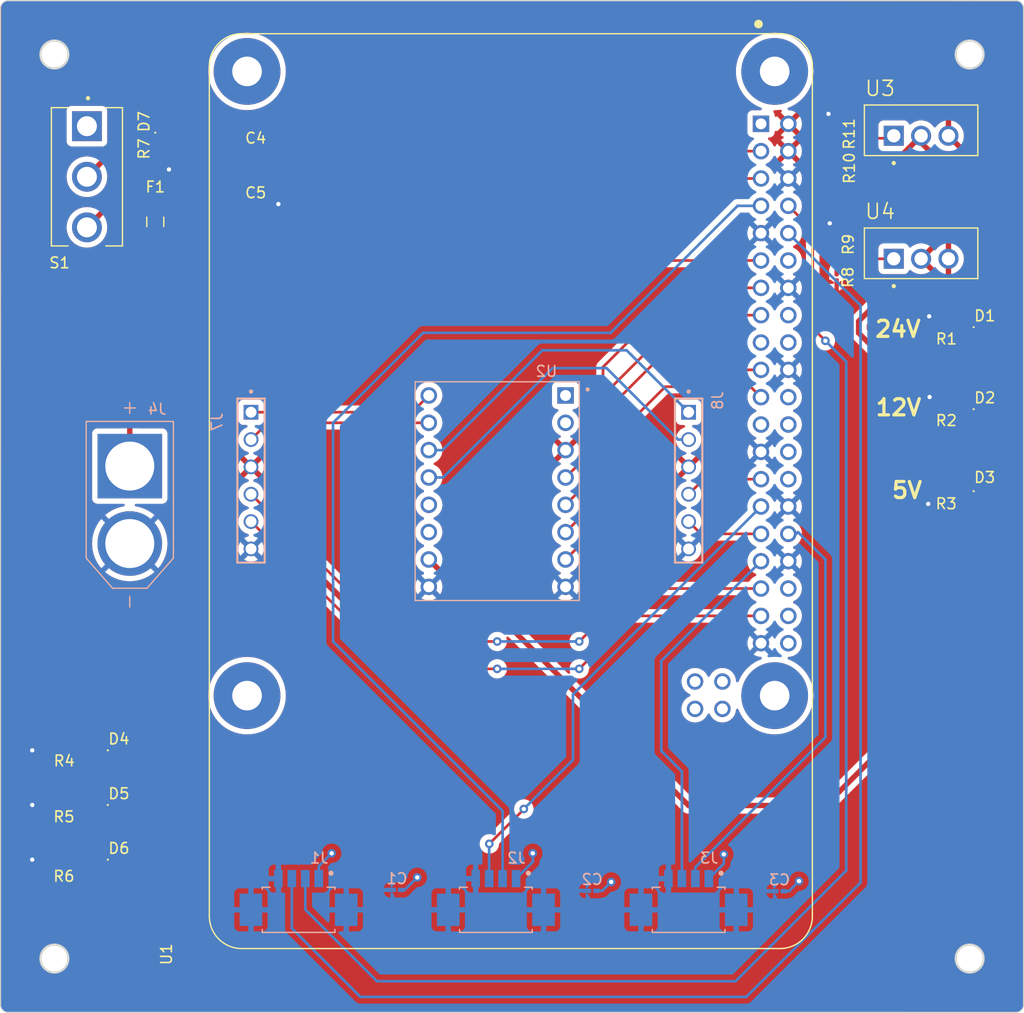
<source format=kicad_pcb>
(kicad_pcb (version 20221018) (generator pcbnew)
  (layers (0 "F.Cu" signal) (31 "B.Cu" signal) (34 "B.Paste" user) (35 "F.Paste" user) (36 "B.SilkS" user "B.Silkscreen") (37 "F.SilkS" user "F.Silkscreen") (38 "B.Mask" user) (39 "F.Mask" user) (44 "Edge.Cuts" user))
  (net 0 "")
  (net 1 "Net-(U1-3V3-Pad1)")
  (net 2 "+5V")
  (net 3 "/IN3")
  (net 19 "Net-(U1-SHIELD-PadS1)")
  (net 20 "GND")
  (net 21 "+24V")
  (net 22 "Net-(D1-K)")
  (net 23 "Net-(D2-K)")
  (net 24 "+12V")
  (net 25 "Net-(D3-K)")
  (net 26 "Net-(D4-K)")
  (net 27 "/LEDInd1")
  (net 28 "Net-(D5-K)")
  (net 29 "/LEDInd2")
  (net 30 "Net-(D6-K)")
  (net 31 "/LEDInd3")
  (net 32 "Net-(D7-K)")
  (net 33 "Net-(J4-POS)")
  (net 34 "Net-(F1-Pad2)")
  (net 35 "/TFMINIRX1")
  (net 36 "/TFMINITX1")
  (net 37 "/TFMINIRX2")
  (net 38 "/TFMINITX2")
  (net 39 "/TFMINIRX3")
  (net 40 "/TFMINITX3")
  (net 41 "/M1A")
  (net 42 "/M2A")
  (net 43 "/OUTA_A")
  (net 44 "/OUTB_A")
  (net 45 "/M1B")
  (net 46 "/M2B")
  (net 47 "/OUTA_B")
  (net 48 "/OUTB_B")
  (net 49 "Net-(U4-ADJ)")
  (net 50 "Net-(U3-ADJ)")
  (net 52 "/IN1")
  (net 53 "/IN2")
  (net 54 "/IN4")
  (footprint "Resistor_SMD:R_0201_0603Metric_Pad0.64x0.40mm_HandSolder" (layer "F.Cu") (at 30.9125 139.58841 180)
    (fp_text reference "R4" (at 0 -1.05) (layer "F.SilkS"))
    (fp_text value "1k")
    (pad "1" smd roundrect (at -0.4075 0 180) (size 0.635 0.4) (layers "F.Cu" "F.Mask") (net 26 "Net-(D4-K)"))
    (pad "2" smd roundrect (at 0.4075 0 180) (size 0.635 0.4) (layers "F.Cu" "F.Mask") (net 20 "GND"))
  )
  (footprint "Resistor_SMD:R_0201_0603Metric_Pad0.64x0.40mm_HandSolder" (layer "F.Cu") (at 30.888696 144.78 180)
    (fp_text reference "R5" (at 0 -1.05) (layer "F.SilkS"))
    (fp_text value "1k")
    (pad "1" smd roundrect (at -0.4075 0 180) (size 0.635 0.4) (layers "F.Cu" "F.Mask") (net 28 "Net-(D5-K)"))
    (pad "2" smd roundrect (at 0.4075 0 180) (size 0.635 0.4) (layers "F.Cu" "F.Mask") (net 20 "GND"))
  )
  (footprint "Diode_SMD:D_0201_0603Metric_Pad0.64x0.40mm_HandSolder" (layer "F.Cu") (at 116.4075 115.57)
    (fp_text reference "D3" (at -0.01284 -1.278205) (layer "F.SilkS"))
    (fp_text value "LED")
    (pad "1" smd roundrect (at -0.4075 0) (size 0.635 0.4) (layers "F.Cu" "F.Mask") (net 25 "Net-(D3-K)"))
    (pad "2" smd roundrect (at 0.4075 0) (size 0.635 0.4) (layers "F.Cu" "F.Mask") (net 2 "+5V"))
  )
  (footprint "jerry:TO254P1054X470X1955-3" (layer "F.Cu") (at 110.49 93.98)
    (fp_text reference "U4" (at -3.81 -4.399) (layer "F.SilkS") (effects (font (size 1.4 1.4))))
    (fp_text value "LM338T" hide)
    (pad "1" thru_hole rect (at -2.54 0) (size 1.86 1.86) (drill 1.24) (layers "*.Cu" "*.Mask") (net 49 "Net-(U4-ADJ)"))
    (pad "2" thru_hole circle (at 0 0) (size 1.86 1.86) (drill 1.24) (layers "*.Cu" "*.Mask") (net 2 "+5V"))
    (pad "3" thru_hole circle (at 2.54 0) (size 1.86 1.86) (drill 1.24) (layers "*.Cu" "*.Mask") (net 24 "+12V"))
  )
  (footprint "jerry:MODULE_RASPBERRY_PI_4B_4GB" (layer "F.Cu") (at 72.39 115.57 -90)
    (fp_text reference "U1" (at 43.033613 31.987993 90) (layer "F.SilkS"))
    (fp_text value "RASPBERRY_PI_4B_4GB")
    (pad "1" thru_hole rect (at -34.13 -23.23 270) (size 1.524 1.524) (drill 1.016) (layers "*.Cu" "*.Mask") (net 1 "Net-(U1-3V3-Pad1)"))
    (pad "2" thru_hole circle (at -34.13 -25.77 270) (size 1.524 1.524) (drill 1.016) (layers "*.Cu" "*.Mask") (net 2 "+5V"))
    (pad "3" thru_hole circle (at -31.59 -23.23 270) (size 1.524 1.524) (drill 1.016) (layers "*.Cu" "*.Mask") (net 27 "/LEDInd1"))
    (pad "4" thru_hole circle (at -31.59 -25.77 270) (size 1.524 1.524) (drill 1.016) (layers "*.Cu" "*.Mask") (net 2 "+5V"))
    (pad "5" thru_hole circle (at -29.05 -23.23 270) (size 1.524 1.524) (drill 1.016) (layers "*.Cu" "*.Mask") (net 29 "/LEDInd2"))
    (pad "6" thru_hole circle (at -29.05 -25.77 270) (size 1.524 1.524) (drill 1.016) (layers "*.Cu" "*.Mask") (net 20 "GND"))
    (pad "7" thru_hole circle (at -26.51 -23.23 270) (size 1.524 1.524) (drill 1.016) (layers "*.Cu" "*.Mask") (net 37 "/TFMINIRX2"))
    (pad "8" thru_hole circle (at -26.51 -25.77 270) (size 1.524 1.524) (drill 1.016) (layers "*.Cu" "*.Mask") (net 35 "/TFMINIRX1"))
    (pad "9" thru_hole circle (at -23.97 -23.23 270) (size 1.524 1.524) (drill 1.016) (layers "*.Cu" "*.Mask") (net 20 "GND"))
    (pad "10" thru_hole circle (at -23.97 -25.77 270) (size 1.524 1.524) (drill 1.016) (layers "*.Cu" "*.Mask") (net 36 "/TFMINITX1"))
    (pad "11" thru_hole circle (at -21.43 -23.23 270) (size 1.524 1.524) (drill 1.016) (layers "*.Cu" "*.Mask") (net 31 "/LEDInd3"))
    (pad "12" thru_hole circle (at -21.43 -25.77 270) (size 1.524 1.524) (drill 1.016) (layers "*.Cu" "*.Mask"))
    (pad "13" thru_hole circle (at -18.89 -23.23 270) (size 1.524 1.524) (drill 1.016) (layers "*.Cu" "*.Mask") (net 52 "/IN1"))
    (pad "14" thru_hole circle (at -18.89 -25.77 270) (size 1.524 1.524) (drill 1.016) (layers "*.Cu" "*.Mask") (net 20 "GND"))
    (pad "15" thru_hole circle (at -16.35 -23.23 270) (size 1.524 1.524) (drill 1.016) (layers "*.Cu" "*.Mask") (net 53 "/IN2"))
    (pad "16" thru_hole circle (at -16.35 -25.77 270) (size 1.524 1.524) (drill 1.016) (layers "*.Cu" "*.Mask"))
    (pad "17" thru_hole circle (at -13.81 -23.23 270) (size 1.524 1.524) (drill 1.016) (layers "*.Cu" "*.Mask") (net 1 "Net-(U1-3V3-Pad1)"))
    (pad "18" thru_hole circle (at -13.81 -25.77 270) (size 1.524 1.524) (drill 1.016) (layers "*.Cu" "*.Mask"))
    (pad "19" thru_hole circle (at -11.27 -23.23 270) (size 1.524 1.524) (drill 1.016) (layers "*.Cu" "*.Mask") (net 3 "/IN3"))
    (pad "20" thru_hole circle (at -11.27 -25.77 270) (size 1.524 1.524) (drill 1.016) (layers "*.Cu" "*.Mask") (net 20 "GND"))
    (pad "21" thru_hole circle (at -8.73 -23.23 270) (size 1.524 1.524) (drill 1.016) (layers "*.Cu" "*.Mask") (net 54 "/IN4"))
    (pad "22" thru_hole circle (at -8.73 -25.77 270) (size 1.524 1.524) (drill 1.016) (layers "*.Cu" "*.Mask"))
    (pad "23" thru_hole circle (at -6.19 -23.23 270) (size 1.524 1.524) (drill 1.016) (layers "*.Cu" "*.Mask"))
    (pad "24" thru_hole circle (at -6.19 -25.77 270) (size 1.524 1.524) (drill 1.016) (layers "*.Cu" "*.Mask"))
    (pad "25" thru_hole circle (at -3.65 -23.23 270) (size 1.524 1.524) (drill 1.016) (layers "*.Cu" "*.Mask") (net 20 "GND"))
    (pad "26" thru_hole circle (at -3.65 -25.77 270) (size 1.524 1.524) (drill 1.016) (layers "*.Cu" "*.Mask"))
    (pad "27" thru_hole circle (at -1.11 -23.23 270) (size 1.524 1.524) (drill 1.016) (layers "*.Cu" "*.Mask") (net 47 "/OUTA_B"))
    (pad "28" thru_hole circle (at -1.11 -25.77 270) (size 1.524 1.524) (drill 1.016) (layers "*.Cu" "*.Mask"))
    (pad "29" thru_hole circle (at 1.43 -23.23 270) (size 1.524 1.524) (drill 1.016) (layers "*.Cu" "*.Mask") (net 38 "/TFMINITX2"))
    (pad "30" thru_hole circle (at 1.43 -25.77 270) (size 1.524 1.524) (drill 1.016) (layers "*.Cu" "*.Mask") (net 20 "GND"))
    (pad "31" thru_hole circle (at 3.97 -23.23 270) (size 1.524 1.524) (drill 1.016) (layers "*.Cu" "*.Mask") (net 48 "/OUTB_B"))
    (pad "32" thru_hole circle (at 3.97 -25.77 270) (size 1.524 1.524) (drill 1.016) (layers "*.Cu" "*.Mask") (net 39 "/TFMINIRX3"))
    (pad "33" thru_hole circle (at 6.51 -23.23 270) (size 1.524 1.524) (drill 1.016) (layers "*.Cu" "*.Mask") (net 40 "/TFMINITX3"))
    (pad "34" thru_hole circle (at 6.51 -25.77 270) (size 1.524 1.524) (drill 1.016) (layers "*.Cu" "*.Mask") (net 20 "GND"))
    (pad "35" thru_hole circle (at 9.05 -23.23 270) (size 1.524 1.524) (drill 1.016) (layers "*.Cu" "*.Mask") (net 43 "/OUTA_A"))
    (pad "36" thru_hole circle (at 9.05 -25.77 270) (size 1.524 1.524) (drill 1.016) (layers "*.Cu" "*.Mask"))
    (pad "37" thru_hole circle (at 11.59 -23.23 270) (size 1.524 1.524) (drill 1.016) (layers "*.Cu" "*.Mask") (net 44 "/OUTB_A"))
    (pad "38" thru_hole circle (at 11.59 -25.77 270) (size 1.524 1.524) (drill 1.016) (layers "*.Cu" "*.Mask"))
    (pad "39" thru_hole circle (at 14.13 -23.23 270) (size 1.524 1.524) (drill 1.016) (layers "*.Cu" "*.Mask") (net 20 "GND"))
    (pad "40" thru_hole circle (at 14.13 -25.77 270) (size 1.524 1.524) (drill 1.016) (layers "*.Cu" "*.Mask"))
    (pad "41" thru_hole circle (at 20.23 -17.107 270) (size 1.524 1.524) (drill 1.016) (layers "*.Cu" "*.Mask"))
    (pad "42" thru_hole circle (at 20.23 -19.647 270) (size 1.524 1.524) (drill 1.016) (layers "*.Cu" "*.Mask"))
    (pad "43" thru_hole circle (at 17.69 -17.107 270) (size 1.524 1.524) (drill 1.016) (layers "*.Cu" "*.Mask"))
    (pad "44" thru_hole circle (at 17.69 -19.647 270) (size 1.524 1.524) (drill 1.016) (layers "*.Cu" "*.Mask"))
    (pad "S1" thru_hole circle (at -39 -24.5 270) (size 6.2 6.2) (drill 2.75) (layers "*.Cu" "*.Mask") (net 19 "Net-(U1-SHIELD-PadS1)"))
    (pad "S2" thru_hole circle (at 19 -24.5 270) (size 6.2 6.2) (drill 2.75) (layers "*.Cu" "*.Mask") (net 19 "Net-(U1-SHIELD-PadS1)"))
    (pad "S3" thru_hole circle (at 19 24.5 270) (size 6.2 6.2) (drill 2.75) (layers "*.Cu" "*.Mask") (net 19 "Net-(U1-SHIELD-PadS1)"))
    (pad "S4" thru_hole circle (at -39 24.5 270) (size 6.2 6.2) (drill 2.75) (layers "*.Cu" "*.Mask") (net 19 "Net-(U1-SHIELD-PadS1)"))
  )
  (footprint "Diode_SMD:D_0201_0603Metric_Pad0.64x0.40mm_HandSolder" (layer "F.Cu") (at 35.9925 139.650518)
    (fp_text reference "D4" (at 0 -1.05) (layer "F.SilkS"))
    (fp_text value "LED")
    (pad "1" smd roundrect (at -0.4075 0) (size 0.635 0.4) (layers "F.Cu" "F.Mask") (net 26 "Net-(D4-K)"))
    (pad "2" smd roundrect (at 0.4075 0) (size 0.635 0.4) (layers "F.Cu" "F.Mask") (net 27 "/LEDInd1"))
  )
  (footprint "Diode_SMD:D_0201_0603Metric_Pad0.64x0.40mm_HandSolder" (layer "F.Cu") (at 35.9925 144.730518)
    (fp_text reference "D5" (at 0 -1.05) (layer "F.SilkS"))
    (fp_text value "LED")
    (pad "1" smd roundrect (at -0.4075 0) (size 0.635 0.4) (layers "F.Cu" "F.Mask") (net 28 "Net-(D5-K)"))
    (pad "2" smd roundrect (at 0.4075 0) (size 0.635 0.4) (layers "F.Cu" "F.Mask") (net 29 "/LEDInd2"))
  )
  (footprint "Capacitor_SMD:C_0201_0603Metric_Pad0.64x0.40mm_HandSolder" (layer "F.Cu") (at 48.6925 88.9)
    (fp_text reference "C5" (at 0 -1.05) (layer "F.SilkS"))
    (fp_text value "10uF")
    (pad "1" smd roundrect (at -0.4075 0) (size 0.635 0.4) (layers "F.Cu" "F.Mask") (net 21 "+24V"))
    (pad "2" smd roundrect (at 0.4075 0) (size 0.635 0.4) (layers "F.Cu" "F.Mask") (net 20 "GND"))
  )
  (footprint "Resistor_SMD:R_0201_0603Metric_Pad0.64x0.40mm_HandSolder" (layer "F.Cu") (at 112.828374 107.962115 180)
    (fp_text reference "R2" (at 0 -1.05) (layer "F.SilkS"))
    (fp_text value "1k")
    (pad "1" smd roundrect (at -0.4075 0 180) (size 0.635 0.4) (layers "F.Cu" "F.Mask") (net 23 "Net-(D2-K)"))
    (pad "2" smd roundrect (at 0.4075 0 180) (size 0.635 0.4) (layers "F.Cu" "F.Mask") (net 20 "GND"))
  )
  (footprint "Resistor_SMD:R_0201_0603Metric_Pad0.64x0.40mm_HandSolder" (layer "F.Cu") (at 39.37 83.7675 90)
    (fp_text reference "R7" (at 0 -1.05 90) (layer "F.SilkS"))
    (fp_text value "2k")
    (pad "1" smd roundrect (at -0.4075 0 90) (size 0.635 0.4) (layers "F.Cu" "F.Mask") (net 20 "GND"))
    (pad "2" smd roundrect (at 0.4075 0 90) (size 0.635 0.4) (layers "F.Cu" "F.Mask") (net 32 "Net-(D7-K)"))
  )
  (footprint "jerry:SW_500SSP1S2M2QEA" (layer "F.Cu") (at 33.02 86.36 -90)
    (fp_text reference "S1" (at 8 2.54 -180) (layer "F.SilkS"))
    (fp_text value "500SSP1S2M2QEA")
    (pad "1" thru_hole rect (at -4.7 0 270) (size 2.775 2.775) (drill 1.85) (layers "*.Cu" "*.Mask"))
    (pad "2" thru_hole circle (at 0 0 270) (size 2.775 2.775) (drill 1.85) (layers "*.Cu" "*.Mask") (net 21 "+24V"))
    (pad "3" thru_hole circle (at 4.7 0 270) (size 2.775 2.775) (drill 1.85) (layers "*.Cu" "*.Mask") (net 34 "Net-(F1-Pad2)"))
  )
  (footprint "Diode_SMD:D_0201_0603Metric_Pad0.64x0.40mm_HandSolder" (layer "F.Cu") (at 116.4075 100.33)
    (fp_text reference "D1" (at 0 -1.05) (layer "F.SilkS"))
    (fp_text value "LED")
    (pad "1" smd roundrect (at -0.4075 0) (size 0.635 0.4) (layers "F.Cu" "F.Mask") (net 22 "Net-(D1-K)"))
    (pad "2" smd roundrect (at 0.4075 0) (size 0.635 0.4) (layers "F.Cu" "F.Mask") (net 21 "+24V"))
  )
  (footprint "Resistor_SMD:R_0201_0603Metric_Pad0.64x0.40mm_HandSolder" (layer "F.Cu") (at 102.644538 95.704492 -90)
    (fp_text reference "R8" (at 0 -1.05 90) (layer "F.SilkS"))
    (fp_text value "2k")
    (pad "1" smd roundrect (at -0.4075 0 270) (size 0.635 0.4) (layers "F.Cu" "F.Mask") (net 49 "Net-(U4-ADJ)"))
    (pad "2" smd roundrect (at 0.4075 0 270) (size 0.635 0.4) (layers "F.Cu" "F.Mask") (net 2 "+5V"))
  )
  (footprint "Resistor_SMD:R_0201_0603Metric_Pad0.64x0.40mm_HandSolder" (layer "F.Cu") (at 102.756645 82.375484 -90)
    (fp_text reference "R11" (at 0 -1.05 90) (layer "F.SilkS"))
    (fp_text value "2k")
    (pad "1" smd roundrect (at -0.4075 0 270) (size 0.635 0.4) (layers "F.Cu" "F.Mask") (net 20 "GND"))
    (pad "2" smd roundrect (at 0.4075 0 270) (size 0.635 0.4) (layers "F.Cu" "F.Mask") (net 50 "Net-(U3-ADJ)"))
  )
  (footprint "Resistor_SMD:R_0201_0603Metric_Pad0.64x0.40mm_HandSolder" (layer "F.Cu") (at 102.672028 92.640369 -90)
    (fp_text reference "R9" (at 0 -1.05 90) (layer "F.SilkS"))
    (fp_text value "2k")
    (pad "1" smd roundrect (at -0.4075 0 270) (size 0.635 0.4) (layers "F.Cu" "F.Mask") (net 20 "GND"))
    (pad "2" smd roundrect (at 0.4075 0 270) (size 0.635 0.4) (layers "F.Cu" "F.Mask") (net 49 "Net-(U4-ADJ)"))
  )
  (footprint "Capacitor_SMD:C_0201_0603Metric_Pad0.64x0.40mm_HandSolder" (layer "F.Cu") (at 48.6925 83.82)
    (fp_text reference "C4" (at 0 -1.05) (layer "F.SilkS"))
    (fp_text value "1uF")
    (pad "1" smd roundrect (at -0.4075 0) (size 0.635 0.4) (layers "F.Cu" "F.Mask") (net 21 "+24V"))
    (pad "2" smd roundrect (at 0.4075 0) (size 0.635 0.4) (layers "F.Cu" "F.Mask") (net 20 "GND"))
  )
  (footprint "Diode_SMD:D_0201_0603Metric_Pad0.64x0.40mm_HandSolder" (layer "F.Cu") (at 39.37 81.2275 90)
    (fp_text reference "D7" (at 0 -1.05 90) (layer "F.SilkS"))
    (fp_text value "LED")
    (pad "1" smd roundrect (at -0.4075 0 90) (size 0.635 0.4) (layers "F.Cu" "F.Mask") (net 32 "Net-(D7-K)"))
    (pad "2" smd roundrect (at 0.4075 0 90) (size 0.635 0.4) (layers "F.Cu" "F.Mask") (net 21 "+24V"))
  )
  (footprint "Resistor_SMD:R_0201_0603Metric_Pad0.64x0.40mm_HandSolder" (layer "F.Cu") (at 112.836706 100.379482 180)
    (fp_text reference "R1" (at 0 -1.05) (layer "F.SilkS"))
    (fp_text value "2k")
    (pad "1" smd roundrect (at -0.4075 0 180) (size 0.635 0.4) (layers "F.Cu" "F.Mask") (net 22 "Net-(D1-K)"))
    (pad "2" smd roundrect (at 0.4075 0 180) (size 0.635 0.4) (layers "F.Cu" "F.Mask") (net 20 "GND"))
  )
  (footprint "Resistor_SMD:R_0201_0603Metric_Pad0.64x0.40mm_HandSolder" (layer "F.Cu") (at 112.795471 115.569999 180)
    (fp_text reference "R3" (at -0.023503 -1.171163) (layer "F.SilkS"))
    (fp_text value "330")
    (pad "1" smd roundrect (at -0.4075 0 180) (size 0.635 0.4) (layers "F.Cu" "F.Mask") (net 25 "Net-(D3-K)"))
    (pad "2" smd roundrect (at 0.4075 0 180) (size 0.635 0.4) (layers "F.Cu" "F.Mask") (net 20 "GND"))
  )
  (footprint "Diode_SMD:D_0201_0603Metric_Pad0.64x0.40mm_HandSolder" (layer "F.Cu") (at 116.4075 107.95)
    (fp_text reference "D2" (at 0 -1.05) (layer "F.SilkS"))
    (fp_text value "LED")
    (pad "1" smd roundrect (at -0.4075 0) (size 0.635 0.4) (layers "F.Cu" "F.Mask") (net 23 "Net-(D2-K)"))
    (pad "2" smd roundrect (at 0.4075 0) (size 0.635 0.4) (layers "F.Cu" "F.Mask") (net 24 "+12V"))
  )
  (footprint "Resistor_SMD:R_0201_0603Metric_Pad0.64x0.40mm_HandSolder" (layer "F.Cu") (at 30.831141 149.775553 180)
    (fp_text reference "R6" (at -0.053048 -1.577244) (layer "F.SilkS"))
    (fp_text value "1k")
    (pad "1" smd roundrect (at -0.4075 0 180) (size 0.635 0.4) (layers "F.Cu" "F.Mask") (net 30 "Net-(D6-K)"))
    (pad "2" smd roundrect (at 0.4075 0 180) (size 0.635 0.4) (layers "F.Cu" "F.Mask") (net 20 "GND"))
  )
  (footprint "Diode_SMD:D_0201_0603Metric_Pad0.64x0.40mm_HandSolder" (layer "F.Cu") (at 35.9925 149.810518)
    (fp_text reference "D6" (at 0 -1.05) (layer "F.SilkS"))
    (fp_text value "LED")
    (pad "1" smd roundrect (at -0.4075 0) (size 0.635 0.4) (layers "F.Cu" "F.Mask") (net 30 "Net-(D6-K)"))
    (pad "2" smd roundrect (at 0.4075 0) (size 0.635 0.4) (layers "F.Cu" "F.Mask") (net 31 "/LEDInd3"))
  )
  (footprint "jerry:TO254P1054X470X1955-3" (layer "F.Cu") (at 110.49 82.55)
    (fp_text reference "U3" (at -3.81 -4.399) (layer "F.SilkS") (effects (font (size 1.4 1.4))))
    (fp_text value "LM338T" hide)
    (pad "1" thru_hole rect (at -2.54 0) (size 1.86 1.86) (drill 1.24) (layers "*.Cu" "*.Mask") (net 50 "Net-(U3-ADJ)"))
    (pad "2" thru_hole circle (at 0 0) (size 1.86 1.86) (drill 1.24) (layers "*.Cu" "*.Mask") (net 24 "+12V"))
    (pad "3" thru_hole circle (at 2.54 0) (size 1.86 1.86) (drill 1.24) (layers "*.Cu" "*.Mask") (net 21 "+24V"))
  )
  (footprint "jerry:FUSC3215X83N" (layer "F.Cu") (at 39.37 90.55 90)
    (fp_text reference "F1" (at 3.24159 0.000904 180) (layer "F.SilkS"))
    (fp_text value "Fuse" hide)
    (pad "1" smd rect (at -1.47 0 90) (size 1.17 1.8) (layers "F.Cu" "F.Paste" "F.Mask") (net 33 "Net-(J4-POS)"))
    (pad "2" smd rect (at 1.47 0 90) (size 1.17 1.8) (layers "F.Cu" "F.Paste" "F.Mask") (net 34 "Net-(F1-Pad2)"))
  )
  (footprint "Resistor_SMD:R_0201_0603Metric_Pad0.64x0.40mm_HandSolder" (layer "F.Cu") (at 102.776838 85.559007 -90)
    (fp_text reference "R10" (at 0 -1.05 90) (layer "F.SilkS"))
    (fp_text value "2k")
    (pad "1" smd roundrect (at -0.4075 0 270) (size 0.635 0.4) (layers "F.Cu" "F.Mask") (net 50 "Net-(U3-ADJ)"))
    (pad "2" smd roundrect (at 0.4075 0 270) (size 0.635 0.4) (layers "F.Cu" "F.Mask") (net 24 "+12V"))
  )
  (footprint "jerry:AMASS_XT60-M" (layer "B.Cu") (at 37 116.84 -90)
    (fp_text reference "J4" (at -8.89 -2.54 -360) (layer "B.SilkS") (effects (justify mirror)))
    (fp_text value "XT60-M")
    (pad "N" thru_hole circle (at 3.6 0 270) (size 6 6) (drill 4.55) (layers "*.Cu" "*.Mask") (net 20 "GND"))
    (pad "P" thru_hole rect (at -3.6 0 270) (size 6 6) (drill 4.55) (layers "*.Cu" "*.Mask") (net 33 "Net-(J4-POS)"))
  )
  (footprint "jerry:SAMTEC_TSW-106-06-F-S-LL" (layer "B.Cu") (at 88.9 108.2375 -90)
    (fp_text reference "J8" (at -1.081604 -2.689519 90) (layer "B.SilkS") (effects (justify mirror)))
    (fp_text value "TSW-106-06-F-S-LL" hide)
    (pad "01" thru_hole rect (at 0 0 270) (size 1.37 1.37) (drill 1.02) (layers "*.Cu" "*.Mask") (net 45 "/M1B"))
    (pad "02" thru_hole circle (at 2.54 0 270) (size 1.37 1.37) (drill 1.02) (layers "*.Cu" "*.Mask") (net 46 "/M2B"))
    (pad "03" thru_hole circle (at 5.08 0 270) (size 1.37 1.37) (drill 1.02) (layers "*.Cu" "*.Mask") (net 2 "+5V"))
    (pad "04" thru_hole circle (at 7.62 0 270) (size 1.37 1.37) (drill 1.02) (layers "*.Cu" "*.Mask") (net 47 "/OUTA_B"))
    (pad "05" thru_hole circle (at 10.16 0 270) (size 1.37 1.37) (drill 1.02) (layers "*.Cu" "*.Mask") (net 48 "/OUTB_B"))
    (pad "06" thru_hole circle (at 12.7 0 270) (size 1.37 1.37) (drill 1.02) (layers "*.Cu" "*.Mask") (net 20 "GND"))
  )
  (footprint "jerry:MODULE_A4988_STEPPER_MOTOR_DRIVER_CARRIER" (layer "B.Cu") (at 71.12 115.57 180)
    (fp_text reference "U2" (at -4.575 11.135) (layer "B.SilkS") (effects (justify mirror)))
    (fp_text value "A4988_STEPPER_MOTOR_DRIVER_CARRIER" hide)
    (pad "1" thru_hole rect (at -6.35 8.89 180) (size 1.53 1.53) (drill 1.02) (layers "*.Cu" "*.Mask"))
    (pad "2" thru_hole circle (at -6.35 6.35 180) (size 1.53 1.53) (drill 1.02) (layers "*.Cu" "*.Mask"))
    (pad "3" thru_hole circle (at -6.35 3.81 180) (size 1.53 1.53) (drill 1.02) (layers "*.Cu" "*.Mask") (net 2 "+5V"))
    (pad "4" thru_hole circle (at -6.35 1.27 180) (size 1.53 1.53) (drill 1.02) (layers "*.Cu" "*.Mask") (net 52 "/IN1"))
    (pad "5" thru_hole circle (at -6.35 -1.27 180) (size 1.53 1.53) (drill 1.02) (layers "*.Cu" "*.Mask") (net 53 "/IN2"))
    (pad "6" thru_hole circle (at -6.35 -3.81 180) (size 1.53 1.53) (drill 1.02) (layers "*.Cu" "*.Mask") (net 3 "/IN3"))
    (pad "7" thru_hole circle (at -6.35 -6.35 180) (size 1.53 1.53) (drill 1.02) (layers "*.Cu" "*.Mask") (net 54 "/IN4"))
    (pad "8" thru_hole circle (at -6.35 -8.89 180) (size 1.53 1.53) (drill 1.02) (layers "*.Cu" "*.Mask") (net 20 "GND"))
    (pad "9" thru_hole circle (at 6.35 -8.89 180) (size 1.53 1.53) (drill 1.02) (layers "*.Cu" "*.Mask") (net 20 "GND"))
    (pad "10" thru_hole circle (at 6.35 -6.35 180) (size 1.53 1.53) (drill 1.02) (layers "*.Cu" "*.Mask") (net 24 "+12V"))
    (pad "11" thru_hole circle (at 6.35 -3.81 180) (size 1.53 1.53) (drill 1.02) (layers "*.Cu" "*.Mask"))
    (pad "12" thru_hole circle (at 6.35 -1.27 180) (size 1.53 1.53) (drill 1.02) (layers "*.Cu" "*.Mask"))
    (pad "13" thru_hole circle (at 6.35 1.27 180) (size 1.53 1.53) (drill 1.02) (layers "*.Cu" "*.Mask") (net 46 "/M2B"))
    (pad "14" thru_hole circle (at 6.35 3.81 180) (size 1.53 1.53) (drill 1.02) (layers "*.Cu" "*.Mask") (net 45 "/M1B"))
    (pad "15" thru_hole circle (at 6.35 6.35 180) (size 1.53 1.53) (drill 1.02) (layers "*.Cu" "*.Mask") (net 42 "/M2A"))
    (pad "16" thru_hole circle (at 6.35 8.89 180) (size 1.53 1.53) (drill 1.02) (layers "*.Cu" "*.Mask") (net 41 "/M1A"))
  )
  (footprint "jerry:MOLEX_0532610471" (layer "B.Cu") (at 88.9 151.57 180)
    (fp_text reference "J3" (at -1.908395 1.908405) (layer "B.SilkS") (effects (font (size 1.001787 1.001787)) (justify mirror)))
    (fp_text value "0532610471")
    (pad "1" smd rect (at -1.875 0 180) (size 0.8 1.6) (layers "B.Cu" "B.Paste" "B.Mask") (net 2 "+5V"))
    (pad "2" smd rect (at -0.625 0 180) (size 0.8 1.6) (layers "B.Cu" "B.Paste" "B.Mask") (net 39 "/TFMINIRX3"))
    (pad "3" smd rect (at 0.625 0 180) (size 0.8 1.6) (layers "B.Cu" "B.Paste" "B.Mask") (net 40 "/TFMINITX3"))
    (pad "4" smd rect (at 1.875 0 180) (size 0.8 1.6) (layers "B.Cu" "B.Paste" "B.Mask") (net 20 "GND"))
    (pad "S1" smd rect (at -4.425 -2.9 180) (size 2.1 3) (layers "B.Cu" "B.Paste" "B.Mask") (net 20 "GND"))
    (pad "S2" smd rect (at 4.425 -2.9 180) (size 2.1 3) (layers "B.Cu" "B.Paste" "B.Mask") (net 20 "GND"))
  )
  (footprint "Capacitor_SMD:C_0201_0603Metric_Pad0.64x0.40mm_HandSolder" (layer "B.Cu") (at 79.940452 152.701186 180)
    (fp_text reference "C2" (at 0 1.05) (layer "B.SilkS") (effects (justify mirror)))
    (fp_text value ".1uF")
    (pad "1" smd roundrect (at -0.4075 0 180) (size 0.635 0.4) (layers "B.Cu" "B.Mask") (net 2 "+5V"))
    (pad "2" smd roundrect (at 0.4075 0 180) (size 0.635 0.4) (layers "B.Cu" "B.Mask") (net 20 "GND"))
  )
  (footprint "Capacitor_SMD:C_0201_0603Metric_Pad0.64x0.40mm_HandSolder" (layer "B.Cu") (at 97.34028 152.738043 180)
    (fp_text reference "C3" (at 0 1.05) (layer "B.SilkS") (effects (justify mirror)))
    (fp_text value ".1uF")
    (pad "1" smd roundrect (at -0.4075 0 180) (size 0.635 0.4) (layers "B.Cu" "B.Mask") (net 2 "+5V"))
    (pad "2" smd roundrect (at 0.4075 0 180) (size 0.635 0.4) (layers "B.Cu" "B.Mask") (net 20 "GND"))
  )
  (footprint "jerry:MOLEX_0532610471" (layer "B.Cu") (at 52.675 151.57 180)
    (fp_text reference "J1" (at -1.908395 1.908405) (layer "B.SilkS") (effects (font (size 1.001787 1.001787)) (justify mirror)))
    (fp_text value "0532610471")
    (pad "1" smd rect (at -1.875 0 180) (size 0.8 1.6) (layers "B.Cu" "B.Paste" "B.Mask") (net 2 "+5V"))
    (pad "2" smd rect (at -0.625 0 180) (size 0.8 1.6) (layers "B.Cu" "B.Paste" "B.Mask") (net 35 "/TFMINIRX1"))
    (pad "3" smd rect (at 0.625 0 180) (size 0.8 1.6) (layers "B.Cu" "B.Paste" "B.Mask") (net 36 "/TFMINITX1"))
    (pad "4" smd rect (at 1.875 0 180) (size 0.8 1.6) (layers "B.Cu" "B.Paste" "B.Mask") (net 20 "GND"))
    (pad "S1" smd rect (at -4.425 -2.9 180) (size 2.1 3) (layers "B.Cu" "B.Paste" "B.Mask") (net 20 "GND"))
    (pad "S2" smd rect (at 4.425 -2.9 180) (size 2.1 3) (layers "B.Cu" "B.Paste" "B.Mask") (net 20 "GND"))
  )
  (footprint "jerry:MOLEX_0532610471" (layer "B.Cu") (at 71 151.57 180)
    (fp_text reference "J2" (at -1.908395 1.908405) (layer "B.SilkS") (effects (font (size 1.001787 1.001787)) (justify mirror)))
    (fp_text value "0532610471")
    (pad "1" smd rect (at -1.875 0 180) (size 0.8 1.6) (layers "B.Cu" "B.Paste" "B.Mask") (net 2 "+5V"))
    (pad "2" smd rect (at -0.625 0 180) (size 0.8 1.6) (layers "B.Cu" "B.Paste" "B.Mask") (net 37 "/TFMINIRX2"))
    (pad "3" smd rect (at 0.625 0 180) (size 0.8 1.6) (layers "B.Cu" "B.Paste" "B.Mask") (net 38 "/TFMINITX2"))
    (pad "4" smd rect (at 1.875 0 180) (size 0.8 1.6) (layers "B.Cu" "B.Paste" "B.Mask") (net 20 "GND"))
    (pad "S1" smd rect (at -4.425 -2.9 180) (size 2.1 3) (layers "B.Cu" "B.Paste" "B.Mask") (net 20 "GND"))
    (pad "S2" smd rect (at 4.425 -2.9 180) (size 2.1 3) (layers "B.Cu" "B.Paste" "B.Mask") (net 20 "GND"))
  )
  (footprint "jerry:SAMTEC_TSW-106-06-F-S-LL" (layer "B.Cu") (at 48.26 108.2375 -90)
    (fp_text reference "J7" (at 0.905 3.155 90) (layer "B.SilkS") (effects (justify mirror)))
    (fp_text value "TSW-106-06-F-S-LL" hide)
    (pad "01" thru_hole rect (at 0 0 270) (size 1.37 1.37) (drill 1.02) (layers "*.Cu" "*.Mask") (net 41 "/M1A"))
    (pad "02" thru_hole circle (at 2.54 0 270) (size 1.37 1.37) (drill 1.02) (layers "*.Cu" "*.Mask") (net 42 "/M2A"))
    (pad "03" thru_hole circle (at 5.08 0 270) (size 1.37 1.37) (drill 1.02) (layers "*.Cu" "*.Mask") (net 2 "+5V"))
    (pad "04" thru_hole circle (at 7.62 0 270) (size 1.37 1.37) (drill 1.02) (layers "*.Cu" "*.Mask") (net 43 "/OUTA_A"))
    (pad "05" thru_hole circle (at 10.16 0 270) (size 1.37 1.37) (drill 1.02) (layers "*.Cu" "*.Mask") (net 44 "/OUTB_A"))
    (pad "06" thru_hole circle (at 12.7 0 270) (size 1.37 1.37) (drill 1.02) (layers "*.Cu" "*.Mask") (net 20 "GND"))
  )
  (footprint "Capacitor_SMD:C_0201_0603Metric_Pad0.64x0.40mm_HandSolder" (layer "B.Cu") (at 61.80855 152.622669 180)
    (fp_text reference "C1" (at 0 1.05) (layer "B.SilkS") (effects (justify mirror)))
    (fp_text value ".1uF")
    (pad "1" smd roundrect (at -0.4075 0 180) (size 0.635 0.4) (layers "B.Cu" "B.Mask") (net 2 "+5V"))
    (pad "2" smd roundrect (at 0.4075 0 180) (size 0.635 0.4) (layers "B.Cu" "B.Mask") (net 20 "GND"))
  )
  (gr_line (start 119.25 70) (end 25.75 70) (stroke (width 0.1)) (layer "Edge.Cuts"))
  (gr_circle (center 30 159) (end 31.3 159) (stroke (width 0.2)) (fill none) (layer "Edge.Cuts"))
  (gr_arc (start 25 70.75) (mid 25.200134 70.200134) (end 25.75 70) (stroke (width 0.1)) (layer "Edge.Cuts"))
  (gr_line (start 25.75 164) (end 119.25 164) (stroke (width 0.1)) (layer "Edge.Cuts"))
  (gr_circle (center 115 75) (end 116.3 75) (stroke (width 0.2)) (fill none) (layer "Edge.Cuts"))
  (gr_circle (center 30 75) (end 31.3 75) (stroke (width 0.2)) (fill none) (layer "Edge.Cuts"))
  (gr_line (start 25 70.75) (end 25 163.25) (stroke (width 0.1)) (layer "Edge.Cuts"))
  (gr_arc (start 120 163.25) (mid 119.799866 163.799866) (end 119.25 164) (stroke (width 0.1)) (layer "Edge.Cuts"))
  (gr_circle (center 115 159) (end 116.3 159) (stroke (width 0.2)) (fill none) (layer "Edge.Cuts"))
  (gr_arc (start 119.25 70) (mid 119.799866 70.200134) (end 120 70.75) (stroke (width 0.1)) (layer "Edge.Cuts"))
  (gr_line (start 120 163.25) (end 120 70.75) (stroke (width 0.1)) (layer "Edge.Cuts"))
  (gr_arc (start 25.75 164) (mid 25.200134 163.799866) (end 25 163.25) (stroke (width 0.1)) (layer "Edge.Cuts"))
  (gr_text "24V\n" (at 106.067658 101.387681) (layer "F.SilkS") (effects (font (size 1.5 1.5) (thickness 0.3) bold) (justify left bottom)))
  (gr_text "5V" (at 107.626346 116.370046) (layer "F.SilkS") (effects (font (size 1.5 1.5) (thickness 0.3) bold) (justify left bottom)))
  (gr_text "12V" (at 106.123325 108.680116) (layer "F.SilkS") (effects (font (size 1.5 1.5) (thickness 0.3) bold) (justify left bottom)))
  (via (at 55.747452 149.216731) (size 0.8) (drill 0.4) (layers "F.Cu" "B.Cu") (net 2))
  (via (at 63.697418 151.459838) (size 0.8) (drill 0.4) (layers "F.Cu" "B.Cu") (net 2))
  (via (at 81.70893 151.880437) (size 0.8) (drill 0.4) (layers "F.Cu" "B.Cu") (net 2))
  (via (at 74.426973 149.216731) (size 0.8) (drill 0.4) (layers "F.Cu" "B.Cu") (net 2))
  (via (at 99.151397 151.806213) (size 0.8) (drill 0.4) (layers "F.Cu" "B.Cu") (net 2))
  (via (at 92.166333 149.315696) (size 0.8) (drill 0.4) (layers "F.Cu" "B.Cu") (net 2))
  (segment (start 97.74778 152.738043) (end 98.219567 152.738043) (width 0.25) (layer "B.Cu") (net 2))
  (segment (start 80.888181 152.701186) (end 81.70893 151.880437) (width 0.25) (layer "B.Cu") (net 2))
  (segment (start 80.347952 152.701186) (end 80.888181 152.701186) (width 0.25) (layer "B.Cu") (net 2))
  (segment (start 62.534587 152.622669) (end 63.697418 151.459838) (width 0.25) (layer "B.Cu") (net 2))
  (segment (start 74.426973 150.018027) (end 74.426973 149.216731) (width 0.25) (layer "B.Cu") (net 2))
  (segment (start 72.875 151.57) (end 74.426973 150.018027) (width 0.25) (layer "B.Cu") (net 2))
  (segment (start 98.219567 152.738043) (end 99.151397 151.806213) (width 0.25) (layer "B.Cu") (net 2))
  (segment (start 90.775 151.57) (end 92.166333 150.178667) (width 0.25) (layer "B.Cu") (net 2))
  (segment (start 54.55 151.57) (end 54.55 150.414183) (width 0.25) (layer "B.Cu") (net 2))
  (segment (start 92.166333 150.178667) (end 92.166333 149.315696) (width 0.25) (layer "B.Cu") (net 2))
  (segment (start 54.55 150.414183) (end 55.747452 149.216731) (width 0.25) (layer "B.Cu") (net 2))
  (segment (start 62.21605 152.622669) (end 62.534587 152.622669) (width 0.25) (layer "B.Cu") (net 2))
  (segment (start 79.202938 117.647062) (end 77.47 119.38) (width 0.25) (layer "F.Cu") (net 3))
  (segment (start 89.666046 103.412851) (end 85.951175 103.412851) (width 0.25) (layer "F.Cu") (net 3))
  (segment (start 95.62 104.3) (end 90.553195 104.3) (width 0.25) (layer "F.Cu") (net 3))
  (segment (start 85.951175 103.412851) (end 82.751236 106.61279) (width 0.25) (layer "F.Cu") (net 3))
  (segment (start 80.10301 117.647062) (end 79.202938 117.647062) (width 0.25) (layer "F.Cu") (net 3))
  (segment (start 82.751236 106.61279) (end 82.751236 114.962056) (width 0.25) (layer "F.Cu") (net 3))
  (segment (start 82.751236 114.962056) (end 80.10301 117.610282) (width 0.25) (layer "F.Cu") (net 3))
  (segment (start 80.10301 117.610282) (end 80.10301 117.647062) (width 0.25) (layer "F.Cu") (net 3))
  (segment (start 90.553195 104.3) (end 89.666046 103.412851) (width 0.25) (layer "F.Cu") (net 3))
  (segment (start 112.333084 115.569999) (end 111.145511 116.757572) (width 0.25) (layer "F.Cu") (net 20))
  (segment (start 112.420874 107.962115) (end 112.415128 107.962115) (width 0.25) (layer "F.Cu") (net 20))
  (segment (start 40.64 85.445) (end 39.37 84.175) (width 0.25) (layer "F.Cu") (net 20))
  (segment (start 30.505 139.58841) (end 28.002108 139.58841) (width 0.25) (layer "F.Cu") (net 20))
  (segment (start 102.672028 92.232869) (end 102.672028 91.351988) (width 0.25) (layer "F.Cu") (net 20))
  (segment (start 112.291934 100.379482) (end 111.240437 99.327985) (width 0.25) (layer "F.Cu") (net 20))
  (segment (start 112.415128 107.962115) (end 111.277548 106.824535) (width 0.25) (layer "F.Cu") (net 20))
  (segment (start 102.756645 81.38631) (end 101.886668 80.516333) (width 0.25) (layer "F.Cu") (net 20))
  (segment (start 102.756645 81.967984) (end 102.756645 81.38631) (width 0.25) (layer "F.Cu") (net 20))
  (segment (start 50.8 88.9) (end 49.1 88.9) (width 0.25) (layer "F.Cu") (net 20))
  (segment (start 27.974965 149.775553) (end 27.94 149.810518) (width 0.25) (layer "F.Cu") (net 20))
  (segment (start 112.429206 100.379482) (end 112.291934 100.379482) (width 0.25) (layer "F.Cu") (net 20))
  (segment (start 30.481196 144.78) (end 27.989482 144.78) (width 0.25) (layer "F.Cu") (net 20))
  (segment (start 102.672028 91.351988) (end 102.006768 90.686728) (width 0.25) (layer "F.Cu") (net 20))
  (segment (start 28.002108 139.58841) (end 27.94 139.650518) (width 0.25) (layer "F.Cu") (net 20))
  (segment (start 27.989482 144.78) (end 27.94 144.730518) (width 0.25) (layer "F.Cu") (net 20))
  (segment (start 30.423641 149.775553) (end 27.974965 149.775553) (width 0.25) (layer "F.Cu") (net 20))
  (segment (start 49.1 83.82) (end 49.1 88.9) (width 0.25) (layer "F.Cu") (net 20))
  (segment (start 112.387971 115.569999) (end 112.333084 115.569999) (width 0.25) (layer "F.Cu") (net 20))
  (via (at 50.8 88.9) (size 0.8) (drill 0.4) (layers "F.Cu" "B.Cu") (net 20))
  (via (at 111.240437 99.327985) (size 0.8) (drill 0.4) (layers "F.Cu" "B.Cu") (net 20))
  (via (at 27.94 139.650518) (size 0.8) (drill 0.4) (layers "F.Cu" "B.Cu") (net 20))
  (via (at 102.006768 90.686728) (size 0.8) (drill 0.4) (layers "F.Cu" "B.Cu") (net 20))
  (via (at 27.94 149.810518) (size 0.8) (drill 0.4) (layers "F.Cu" "B.Cu") (net 20))
  (via (at 111.277548 106.824535) (size 0.8) (drill 0.4) (layers "F.Cu" "B.Cu") (net 20))
  (via (at 27.94 144.730518) (size 0.8) (drill 0.4) (layers "F.Cu" "B.Cu") (net 20))
  (via (at 40.64 85.68) (size 0.8) (drill 0.4) (layers "F.Cu" "B.Cu") (net 20))
  (via (at 111.145511 116.757572) (size 0.8) (drill 0.4) (layers "F.Cu" "B.Cu") (net 20))
  (via (at 101.886668 80.516333) (size 0.8) (drill 0.4) (layers "F.Cu" "B.Cu") (net 20))
  (segment (start 41.819106 73.915496) (end 44.449088 71.285514) (width 0.5) (layer "F.Cu") (net 21))
  (segment (start 113.03 80.01) (end 113.03 82.55) (width 0.5) (layer "F.Cu") (net 21))
  (segment (start 41.819106 79.640894) (end 41.819106 73.915496) (width 0.5) (layer "F.Cu") (net 21))
  (segment (start 48.285 88.9) (end 48.285 83.82) (width 0.25) (layer "F.Cu") (net 21))
  (segment (start 40.64 80.82) (end 41.819106 79.640894) (width 0.5) (layer "F.Cu") (net 21))
  (segment (start 113.03 82.55) (end 116.815 86.335) (width 0.5) (layer "F.Cu") (net 21))
  (segment (start 40.64 80.82) (end 45.285 80.82) (width 0.5) (layer "F.Cu") (net 21))
  (segment (start 44.449088 71.285514) (end 104.305514 71.285514) (width 0.5) (layer "F.Cu") (net 21))
  (segment (start 45.285 80.82) (end 48.285 83.82) (width 0.5) (layer "F.Cu") (net 21))
  (segment (start 39.37 80.82) (end 38.56 80.82) (width 0.5) (layer "F.Cu") (net 21))
  (segment (start 104.305514 71.285514) (end 113.03 80.01) (width 0.5) (layer "F.Cu") (net 21))
  (segment (start 39.37 80.82) (end 40.64 80.82) (width 0.5) (layer "F.Cu") (net 21))
  (segment (start 33.02 86.36) (end 38.1 81.28) (width 0.5) (layer "F.Cu") (net 21))
  (segment (start 116.815 86.335) (end 116.815 100.33) (width 0.5) (layer "F.Cu") (net 21))
  (segment (start 38.56 80.82) (end 38.1 81.28) (width 0.5) (layer "F.Cu") (net 21))
  (segment (start 113.244206 100.379482) (end 115.950518 100.379482) (width 0.25) (layer "F.Cu") (net 22))
  (segment (start 115.950518 100.379482) (end 116 100.33) (width 0.25) (layer "F.Cu") (net 22))
  (segment (start 113.235874 107.962115) (end 115.987885 107.962115) (width 0.25) (layer "F.Cu") (net 23))
  (segment (start 115.987885 107.962115) (end 116 107.95) (width 0.25) (layer "F.Cu") (net 23))
  (segment (start 112.015317 102.87) (end 116.84 107.694683) (width 0.5) (layer "F.Cu") (net 24))
  (segment (start 67.255 123.135) (end 88.9 144.78) (width 0.5) (layer "F.Cu") (net 24))
  (segment (start 118.656258 127.723742) (end 118.656258 109.791258) (width 0.5) (layer "F.Cu") (net 24))
  (segment (start 113.03 96.52) (end 112.685051 96.864949) (width 0.5) (layer "F.Cu") (net 24))
  (segment (start 118.656258 109.791258) (end 116.815 107.95) (width 0.5) (layer "F.Cu") (net 24))
  (segment (start 107.605051 96.864949) (end 104.684388 99.785612) (width 0.5) (layer "F.Cu") (net 24))
  (segment (start 106.68 102.87) (end 112.015317 102.87) (width 0.5) (layer "F.Cu") (net 24))
  (segment (start 104.684388 100.874388) (end 106.68 102.87) (width 0.5) (layer "F.Cu") (net 24))
  (segment (start 102.776838 85.966507) (end 107.073493 85.966507) (width 0.5) (layer "F.Cu") (net 24))
  (segment (start 88.9 144.78) (end 101.6 144.78) (width 0.5) (layer "F.Cu") (net 24))
  (segment (start 101.6 144.78) (end 118.656258 127.723742) (width 0.5) (layer "F.Cu") (net 24))
  (segment (start 110.49 83.185) (end 113.03 85.725) (width 0.5) (layer "F.Cu") (net 24))
  (segment (start 112.685051 96.864949) (end 107.605051 96.864949) (width 0.5) (layer "F.Cu") (net 24))
  (segment (start 110.49 82.55) (end 110.49 83.185) (width 0.5) (layer "F.Cu") (net 24))
  (segment (start 113.03 85.725) (end 113.03 93.98) (width 0.5) (layer "F.Cu") (net 24))
  (segment (start 116.84 107.925) (end 116.815 107.95) (width 0.5) (layer "F.Cu") (net 24))
  (segment (start 116.84 107.694683) (end 116.84 107.925) (width 0.5) (layer "F.Cu") (net 24))
  (segment (start 65.985 123.135) (end 67.255 123.135) (width 0.5) (layer "F.Cu") (net 24))
  (segment (start 113.03 93.98) (end 113.03 96.52) (width 0.5) (layer "F.Cu") (net 24))
  (segment (start 107.073493 85.966507) (end 110.49 82.55) (width 0.5) (layer "F.Cu") (net 24))
  (segment (start 104.684388 99.785612) (end 104.684388 100.874388) (width 0.5) (layer "F.Cu") (net 24))
  (segment (start 64.77 121.92) (end 65.985 123.135) (width 0.5) (layer "F.Cu") (net 24))
  (segment (start 115.999999 115.569999) (end 116 115.57) (width 0.25) (layer "F.Cu") (net 25))
  (segment (start 113.202971 115.569999) (end 115.999999 115.569999) (width 0.25) (layer "F.Cu") (net 25))
  (segment (start 35.522892 139.58841) (end 35.585 139.650518) (width 0.25) (layer "F.Cu") (net 26))
  (segment (start 31.32 139.58841) (end 35.522892 139.58841) (width 0.25) (layer "F.Cu") (net 26))
  (segment (start 41.607616 104.898054) (end 62.52567 83.98) (width 0.25) (layer "F.Cu") (net 27))
  (segment (start 41.607616 134.442902) (end 41.607616 104.898054) (width 0.25) (layer "F.Cu") (net 27))
  (segment (start 36.4 139.650518) (end 41.607616 134.442902) (width 0.25) (layer "F.Cu") (net 27))
  (segment (start 62.52567 83.98) (end 95.62 83.98) (width 0.25) (layer "F.Cu") (net 27))
  (segment (start 35.535518 144.78) (end 35.585 144.730518) (width 0.25) (layer "F.Cu") (net 28))
  (segment (start 31.296196 144.78) (end 35.535518 144.78) (width 0.25) (layer "F.Cu") (net 28))
  (segment (start 42.683457 107.176543) (end 42.683457 136.663458) (width 0.25) (layer "F.Cu") (net 29))
  (segment (start 63.34 86.52) (end 42.683457 107.176543) (width 0.25) (layer "F.Cu") (net 29))
  (segment (start 95.62 86.52) (end 63.34 86.52) (width 0.25) (layer "F.Cu") (net 29))
  (segment (start 36.4 142.946915) (end 36.4 144.730518) (width 0.25) (layer "F.Cu") (net 29))
  (segment (start 42.683457 136.663458) (end 36.4 142.946915) (width 0.25) (layer "F.Cu") (net 29))
  (segment (start 35.550035 149.775553) (end 35.585 149.810518) (width 0.25) (layer "F.Cu") (net 30))
  (segment (start 31.238641 149.775553) (end 35.550035 149.775553) (width 0.25) (layer "F.Cu") (net 30))
  (segment (start 43.370982 142.839536) (end 36.4 149.810518) (width 0.25) (layer "F.Cu") (net 31))
  (segment (start 58.26 94.14) (end 43.370982 109.029018) (width 0.25) (layer "F.Cu") (net 31))
  (segment (start 95.62 94.14) (end 58.26 94.14) (width 0.25) (layer "F.Cu") (net 31))
  (segment (start 43.370982 109.029018) (end 43.370982 142.839536) (width 0.25) (layer "F.Cu") (net 31))
  (segment (start 39.37 81.635) (end 39.37 83.36) (width 0.25) (layer "F.Cu") (net 32))
  (segment (start 37 96.94) (end 37 113.24) (width 0.5) (layer "F.Cu") (net 33))
  (segment (start 39.37 92.02) (end 39.37 94.57) (width 0.5) (layer "F.Cu") (net 33))
  (segment (start 39.37 94.57) (end 37 96.94) (width 0.5) (layer "F.Cu") (net 33))
  (segment (start 33.02 91.06) (end 35 89.08) (width 0.5) (layer "F.Cu") (net 34))
  (segment (start 35 89.08) (end 39.37 89.08) (width 0.5) (layer "F.Cu") (net 34))
  (segment (start 101.6 101.6) (end 100.42301 100.42301) (width 0.25) (layer "F.Cu") (net 35))
  (segment (start 100.42301 100.42301) (end 100.42301 91.32301) (width 0.25) (layer "F.Cu") (net 35))
  (segment (start 100.42301 91.32301) (end 98.16 89.06) (width 0.25) (layer "F.Cu") (net 35))
  (via (at 101.6 101.6) (size 0.8) (drill 0.4) (layers "F.Cu" "B.Cu") (net 35))
  (segment (start 101.6 101.6) (end 103.536153 103.536153) (width 0.25) (layer "B.Cu") (net 35))
  (segment (start 59.957885 161.107885) (end 53.3 154.45) (width 0.25) (layer "B.Cu") (net 35))
  (segment (start 103.536153 150.829277) (end 93.257545 161.107885) (width 0.25) (layer "B.Cu") (net 35))
  (segment (start 53.3 154.45) (end 53.3 151.57) (width 0.25) (layer "B.Cu") (net 35))
  (segment (start 103.536153 103.536153) (end 103.536153 150.829277) (width 0.25) (layer "B.Cu") (net 35))
  (segment (start 93.257545 161.107885) (end 59.957885 161.107885) (width 0.25) (layer "B.Cu") (net 35))
  (segment (start 104.865 98.305) (end 98.16 91.6) (width 0.25) (layer "B.Cu") (net 36))
  (segment (start 58.42 162.56) (end 94.252226 162.56) (width 0.25) (layer "B.Cu") (net 36))
  (segment (start 104.865 151.947226) (end 104.865 98.305) (width 0.25) (layer "B.Cu") (net 36))
  (segment (start 94.252226 162.56) (end 104.865 151.947226) (width 0.25) (layer "B.Cu") (net 36))
  (segment (start 52.05 151.57) (end 52.05 156.19) (width 0.25) (layer "B.Cu") (net 36))
  (segment (start 52.05 156.19) (end 58.42 162.56) (width 0.25) (layer "B.Cu") (net 36))
  (segment (start 55.88 109.22) (end 64.24 100.86) (width 0.25) (layer "B.Cu") (net 37))
  (segment (start 93.45 89.06) (end 95.62 89.06) (width 0.25) (layer "B.Cu") (net 37))
  (segment (start 71.625 145.285) (end 55.88 129.54) (width 0.25) (layer "B.Cu") (net 37))
  (segment (start 64.24 100.86) (end 81.65 100.86) (width 0.25) (layer "B.Cu") (net 37))
  (segment (start 55.88 129.54) (end 55.88 109.22) (width 0.25) (layer "B.Cu") (net 37))
  (segment (start 71.625 151.57) (end 71.625 145.285) (width 0.25) (layer "B.Cu") (net 37))
  (segment (start 81.65 100.86) (end 93.45 89.06) (width 0.25) (layer "B.Cu") (net 37))
  (segment (start 70.38652 148.33989) (end 73.66 145.06641) (width 0.25) (layer "F.Cu") (net 38))
  (via (at 73.591506 145.103616) (size 0.8) (drill 0.4) (layers "F.Cu" "B.Cu") (net 38))
  (via (at 70.38652 148.33989) (size 0.8) (drill 0.4) (layers "F.Cu" "B.Cu") (net 38))
  (segment (start 73.591506 145.103616) (end 78.159154 140.535968) (width 0.25) (layer "B.Cu") (net 38))
  (segment (start 78.159154 134.460846) (end 95.62 117) (width 0.25) (layer "B.Cu") (net 38))
  (segment (start 78.159154 139.7) (end 78.159154 134.460846) (width 0.25) (layer "B.Cu") (net 38))
  (segment (start 70.375 151.57) (end 70.375 148.35141) (width 0.25) (layer "B.Cu") (net 38))
  (segment (start 78.159154 140.535968) (end 78.159154 139.7) (width 0.25) (layer "B.Cu") (net 38))
  (segment (start 70.375 148.35141) (end 70.38652 148.33989) (width 0.25) (layer "B.Cu") (net 38))
  (segment (start 99.06 119.38) (end 98.9 119.54) (width 0.25) (layer "B.Cu") (net 39))
  (segment (start 98.9 119.54) (end 98.16 119.54) (width 0.25) (layer "B.Cu") (net 39))
  (segment (start 89.525 150.52) (end 101.6 138.445) (width 0.25) (layer "B.Cu") (net 39))
  (segment (start 101.6 138.445) (end 101.6 121.92) (width 0.25) (layer "B.Cu") (net 39))
  (segment (start 89.525 151.57) (end 89.525 150.52) (width 0.25) (layer "B.Cu") (net 39))
  (segment (start 101.6 121.92) (end 99.06 119.38) (width 0.25) (layer "B.Cu") (net 39))
  (segment (start 88.275 141.615) (end 86.36 139.7) (width 0.25) (layer "B.Cu") (net 40))
  (segment (start 86.36 139.7) (end 86.36 131.34) (width 0.25) (layer "B.Cu") (net 40))
  (segment (start 86.36 131.34) (end 95.62 122.08) (width 0.25) (layer "B.Cu") (net 40))
  (segment (start 88.275 151.57) (end 88.275 141.615) (width 0.25) (layer "B.Cu") (net 40))
  (segment (start 63.2125 108.2375) (end 64.77 106.68) (width 0.25) (layer "F.Cu") (net 41))
  (segment (start 48.26 108.2375) (end 63.2125 108.2375) (width 0.25) (layer "F.Cu") (net 41))
  (segment (start 64.77 109.22) (end 49.8175 109.22) (width 0.25) (layer "F.Cu") (net 42))
  (segment (start 49.8175 109.22) (end 48.26 110.7775) (width 0.25) (layer "F.Cu") (net 42))
  (segment (start 48.26 115.8575) (end 61.9425 129.54) (width 0.25) (layer "F.Cu") (net 43))
  (segment (start 61.9425 129.54) (end 71.12 129.54) (width 0.25) (layer "F.Cu") (net 43))
  (segment (start 83.66 124.62) (end 95.62 124.62) (width 0.25) (layer "F.Cu") (net 43))
  (segment (start 78.74 129.54) (end 83.66 124.62) (width 0.25) (layer "F.Cu") (net 43))
  (via (at 78.74 129.54) (size 0.8) (drill 0.4) (layers "F.Cu" "B.Cu") (net 43))
  (via (at 71.12 129.54) (size 0.8) (drill 0.4) (layers "F.Cu" "B.Cu") (net 43))
  (segment (start 71.12 129.54) (end 78.74 129.54) (width 0.25) (layer "B.Cu") (net 43))
  (segment (start 61.9425 132.08) (end 71.12 132.08) (width 0.25) (layer "F.Cu") (net 44))
  (segment (start 78.74 132.08) (end 83.66 127.16) (width 0.25) (layer "F.Cu") (net 44))
  (segment (start 48.26 118.3975) (end 61.9425 132.08) (width 0.25) (layer "F.Cu") (net 44))
  (segment (start 83.66 127.16) (end 95.62 127.16) (width 0.25) (layer "F.Cu") (net 44))
  (via (at 71.12 132.08) (size 0.8) (drill 0.4) (layers "F.Cu" "B.Cu") (net 44))
  (via (at 78.74 132.08) (size 0.8) (drill 0.4) (layers "F.Cu" "B.Cu") (net 44))
  (segment (start 71.12 132.08) (end 78.74 132.08) (width 0.25) (layer "B.Cu") (net 44))
  (segment (start 75.317259 102.482741) (end 66.04 111.76) (width 0.25) (layer "B.Cu") (net 45))
  (segment (start 66.04 111.76) (end 64.77 111.76) (width 0.25) (layer "B.Cu") (net 45))
  (segment (start 88.9 108.2375) (end 83.145241 102.482741) (width 0.25) (layer "B.Cu") (net 45))
  (segment (start 83.145241 102.482741) (end 75.317259 102.482741) (width 0.25) (layer "B.Cu") (net 45))
  (segment (start 87.9175 110.7775) (end 81.28 104.14) (width 0.25) (layer "B.Cu") (net 46))
  (segment (start 76.261522 104.14) (end 66.101522 114.3) (width 0.25) (layer "B.Cu") (net 46))
  (segment (start 66.101522 114.3) (end 64.77 114.3) (width 0.25) (layer "B.Cu") (net 46))
  (segment (start 81.28 104.14) (end 76.261522 104.14) (width 0.25) (layer "B.Cu") (net 46))
  (segment (start 88.9 110.7775) (end 87.9175 110.7775) (width 0.25) (layer "B.Cu") (net 46))
  (segment (start 88.9 115.8575) (end 90.2975 114.46) (width 0.25) (layer "F.Cu") (net 47))
  (segment (start 90.2975 114.46) (end 95.62 114.46) (width 0.25) (layer "F.Cu") (net 47))
  (segment (start 88.9 118.3975) (end 90.0425 119.54) (width 0.25) (layer "F.Cu") (net 48))
  (segment (start 90.0425 119.54) (end 95.62 119.54) (width 0.25) (layer "F.Cu") (net 48))
  (segment (start 102.672028 95.269502) (end 102.644538 95.296992) (width 0.25) (layer "F.Cu") (net 49))
  (segment (start 107.95 93.98) (end 103.604159 93.98) (width 0.25) (layer "F.Cu") (net 49))
  (segment (start 102.672028 93.047869) (end 102.672028 95.269502) (width 0.25) (layer "F.Cu") (net 49))
  (segment (start 103.604159 93.98) (end 102.672028 93.047869) (width 0.25) (layer "F.Cu") (net 49))
  (segment (start 102.776838 82.803177) (end 102.756645 82.782984) (width 0.25) (layer "F.Cu") (net 50))
  (segment (start 107.717016 82.782984) (end 102.756645 82.782984) (width 0.25) (layer "F.Cu") (net 50))
  (segment (start 102.776838 85.151507) (end 102.776838 82.803177) (width 0.25) (layer "F.Cu") (net 50))
  (segment (start 107.95 82.55) (end 107.717016 82.782984) (width 0.25) (layer "F.Cu") (net 50))
  (segment (start 80.948971 104.038127) (end 88.307098 96.68) (width 0.25) (layer "F.Cu") (net 52))
  (segment (start 77.47 114.3) (end 80.948971 110.821029) (width 0.25) (layer "F.Cu") (net 52))
  (segment (start 88.307098 96.68) (end 95.62 96.68) (width 0.25) (layer "F.Cu") (net 52))
  (segment (start 80.948971 110.821029) (end 80.948971 104.038127) (width 0.25) (layer "F.Cu") (net 52))
  (segment (start 88.415323 99.22) (end 95.62 99.22) (width 0.25) (layer "F.Cu") (net 53))
  (segment (start 81.942056 112.367944) (end 81.942056 105.693267) (width 0.25) (layer "F.Cu") (net 53))
  (segment (start 77.47 116.84) (end 81.942056 112.367944) (width 0.25) (layer "F.Cu") (net 53))
  (segment (start 81.942056 105.693267) (end 88.415323 99.22) (width 0.25) (layer "F.Cu") (net 53))
  (segment (start 83.82 115.57) (end 83.82 108.778628) (width 0.25) (layer "F.Cu") (net 54))
  (segment (start 86.735612 105.863016) (end 94.643016 105.863016) (width 0.25) (layer "F.Cu") (net 54))
  (segment (start 77.47 121.92) (end 83.82 115.57) (width 0.25) (layer "F.Cu") (net 54))
  (segment (start 83.82 108.778628) (end 86.735612 105.863016) (width 0.25) (layer "F.Cu") (net 54))
  (segment (start 94.643016 105.863016) (end 95.62 106.84) (width 0.25) (layer "F.Cu") (net 54))
  (zone (net 2) (net_name "+5V") (layer "F.Cu") (priority 1) (connect_pads (clearance 0.5)) (min_thickness 0.25) (fill yes (thermal_gap 0.5) (thermal_bridge_width 0.5))
    (polygon (pts (xy 24.971931 70.032115) (xy 25.007989 164.000456) (xy 119.928577 163.956845) (xy 119.979383 70.042871)))
  )
  (zone (net 20) (net_name "GND") (layer "B.Cu") (connect_pads (clearance 0.5)) (min_thickness 0.25) (fill yes (thermal_gap 0.5) (thermal_bridge_width 0.5))
    (polygon (pts (xy 25.068739 69.935307) (xy 25.012769 163.986711) (xy 119.960846 163.956845) (xy 119.979383 70.064384)))
  )
)
</source>
